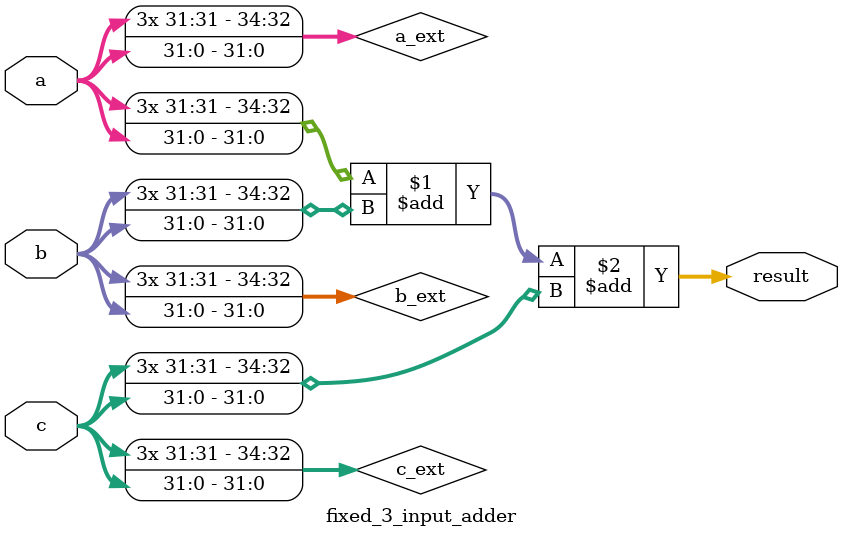
<source format=sv>
`timescale 1ns/1ps
module fixed_3_input_adder #(
    parameter a_size = 32,
    parameter b_size = 32,
    parameter c_size = 32,
    parameter outSize = 35
)(
    input  logic signed [a_size-1:0] a,
    input  logic signed [b_size-1:0] b,
    input logic signed [c_size-1:0] c,
    output logic signed [outSize - 1:0] result
);

    // Sanity check
    generate
        if (outSize < a_size) begin : PARAM_CHECK_A
            initial begin
                $error("Parameter mismatch: outSize (%0d) < a_size (%0d).", outSize, a_size);
                $finish;
            end
        end
        if (outSize < b_size) begin : PARAM_CHECK_B
            initial begin
                $error("Parameter mismatch: outSize (%0d) < b_size (%0d).", outSize, b_size);
                $finish;
            end
        end
        if (outSize < c_size) begin : PARAM_CHECK_C
            initial begin
                $error("Parameter mismatch: outSize (%0d) < c_size (%0d).", outSize, c_size);
                $finish;
            end
        end
    endgenerate

    // Sign extension before addition
    wire signed [outSize-1:0] a_ext = {{(outSize - a_size){a[a_size-1]}}, a};
    wire signed [outSize-1:0] b_ext = {{(outSize - b_size){b[b_size-1]}}, b};
    wire signed [outSize-1:0] c_ext = {{(outSize - c_size){c[c_size-1]}}, c};

    assign result = a_ext + b_ext + c_ext;

    
    

endmodule

</source>
